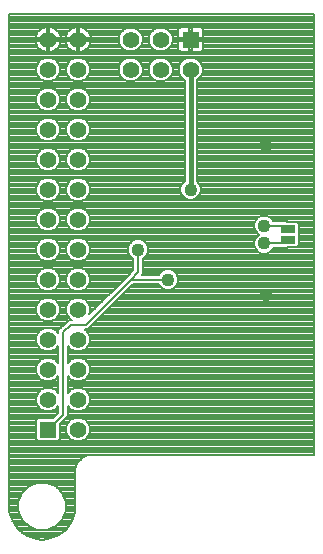
<source format=gbl>
G75*
G70*
%OFA0B0*%
%FSLAX24Y24*%
%IPPOS*%
%LPD*%
%AMOC8*
5,1,8,0,0,1.08239X$1,22.5*
%
%ADD10R,0.0555X0.0555*%
%ADD11C,0.0555*%
%ADD12R,0.0500X0.0250*%
%ADD13C,0.0080*%
%ADD14C,0.0436*%
%ADD15C,0.0160*%
D10*
X001595Y003953D03*
X006345Y016953D03*
D11*
X006345Y015953D03*
X005345Y015953D03*
X005345Y016953D03*
X004345Y016953D03*
X004345Y015953D03*
X002595Y015953D03*
X002595Y016953D03*
X001595Y016953D03*
X001595Y015953D03*
X001595Y014953D03*
X001595Y013953D03*
X001595Y012953D03*
X001595Y011953D03*
X001595Y010953D03*
X001595Y009953D03*
X001595Y008953D03*
X001595Y007953D03*
X001595Y006953D03*
X001595Y005953D03*
X001595Y004953D03*
X002595Y004953D03*
X002595Y005953D03*
X002595Y006953D03*
X002595Y007953D03*
X002595Y008953D03*
X002595Y009953D03*
X002595Y010953D03*
X002595Y011953D03*
X002595Y012953D03*
X002595Y013953D03*
X002595Y014953D03*
X002595Y003953D03*
D12*
X009595Y010276D03*
X009595Y010630D03*
D13*
X000409Y000890D02*
X000613Y000609D01*
X000894Y000405D01*
X001224Y000298D01*
X001398Y000284D01*
X001571Y000298D01*
X001902Y000405D01*
X002183Y000609D01*
X002387Y000890D01*
X002494Y001220D01*
X002508Y001394D01*
X002508Y002501D01*
X002508Y002559D01*
X002508Y002559D01*
X002508Y002617D01*
X002508Y002617D01*
X002508Y002665D01*
X002508Y002666D01*
X002589Y002862D01*
X002589Y002862D01*
X002739Y003012D01*
X002739Y003012D01*
X002935Y003093D01*
X002935Y003093D01*
X002983Y003093D01*
X002983Y003093D01*
X010455Y003093D01*
X010455Y017813D01*
X000288Y017813D01*
X000288Y001452D01*
X000288Y001394D01*
X000301Y001220D01*
X000409Y000890D01*
X000402Y000911D02*
X000764Y000911D01*
X000728Y000946D02*
X000950Y000724D01*
X001241Y000604D01*
X001555Y000604D01*
X001845Y000724D01*
X002067Y000946D01*
X002188Y001237D01*
X002188Y001551D01*
X002067Y001841D01*
X001845Y002064D01*
X001555Y002184D01*
X001241Y002184D01*
X000950Y002064D01*
X000728Y001841D01*
X000608Y001551D01*
X000608Y001237D01*
X000728Y000946D01*
X000710Y000989D02*
X000376Y000989D01*
X000351Y001068D02*
X000678Y001068D01*
X000645Y001147D02*
X000325Y001147D01*
X000301Y001225D02*
X000613Y001225D01*
X000608Y001304D02*
X000295Y001304D01*
X000289Y001382D02*
X000608Y001382D01*
X000608Y001461D02*
X000288Y001461D01*
X000288Y001539D02*
X000608Y001539D01*
X000635Y001618D02*
X000288Y001618D01*
X000288Y001696D02*
X000668Y001696D01*
X000701Y001775D02*
X000288Y001775D01*
X000288Y001853D02*
X000740Y001853D01*
X000819Y001932D02*
X000288Y001932D01*
X000288Y002011D02*
X000897Y002011D01*
X001012Y002089D02*
X000288Y002089D01*
X000288Y002168D02*
X001201Y002168D01*
X001594Y002168D02*
X002508Y002168D01*
X002508Y002246D02*
X000288Y002246D01*
X000288Y002325D02*
X002508Y002325D01*
X002508Y002403D02*
X000288Y002403D01*
X000288Y002482D02*
X002508Y002482D01*
X002508Y002560D02*
X000288Y002560D01*
X000288Y002639D02*
X002508Y002639D01*
X002529Y002717D02*
X000288Y002717D01*
X000288Y002796D02*
X002562Y002796D01*
X002602Y002875D02*
X000288Y002875D01*
X000288Y002953D02*
X002680Y002953D01*
X002787Y003032D02*
X000288Y003032D01*
X000288Y003110D02*
X010455Y003110D01*
X010455Y003189D02*
X000288Y003189D01*
X000288Y003267D02*
X010455Y003267D01*
X010455Y003346D02*
X000288Y003346D01*
X000288Y003424D02*
X010455Y003424D01*
X010455Y003503D02*
X000288Y003503D01*
X000288Y003581D02*
X001242Y003581D01*
X001267Y003556D02*
X001922Y003556D01*
X001992Y003626D01*
X001992Y004124D01*
X002161Y004293D01*
X002255Y004387D01*
X002255Y004735D01*
X002258Y004728D01*
X002369Y004616D01*
X002516Y004556D01*
X002674Y004556D01*
X002820Y004616D01*
X002932Y004728D01*
X002992Y004874D01*
X002992Y005032D01*
X002932Y005178D01*
X002820Y005290D01*
X002674Y005351D01*
X002516Y005351D01*
X002369Y005290D01*
X002258Y005178D01*
X002255Y005171D01*
X002255Y005735D01*
X002258Y005728D01*
X002369Y005616D01*
X002516Y005556D01*
X002674Y005556D01*
X002820Y005616D01*
X002932Y005728D01*
X002992Y005874D01*
X002992Y006032D01*
X002932Y006178D01*
X002820Y006290D01*
X002674Y006351D01*
X002516Y006351D01*
X002369Y006290D01*
X002258Y006178D01*
X002255Y006171D01*
X002255Y006735D01*
X002258Y006728D01*
X002369Y006616D01*
X002516Y006556D01*
X002674Y006556D01*
X002820Y006616D01*
X002932Y006728D01*
X002992Y006874D01*
X002992Y007032D01*
X002932Y007178D01*
X002820Y007290D01*
X002812Y007293D01*
X002911Y007293D01*
X004411Y008793D01*
X005295Y008793D01*
X005308Y008762D01*
X005403Y008666D01*
X005527Y008615D01*
X005662Y008615D01*
X005786Y008666D01*
X005881Y008762D01*
X005933Y008886D01*
X005933Y009020D01*
X005881Y009145D01*
X005786Y009240D01*
X005662Y009291D01*
X005527Y009291D01*
X005403Y009240D01*
X005308Y009145D01*
X005295Y009113D01*
X004731Y009113D01*
X004755Y009137D01*
X004755Y009269D01*
X004755Y009653D01*
X004786Y009666D01*
X004881Y009762D01*
X004933Y009886D01*
X004933Y010020D01*
X004881Y010145D01*
X004786Y010240D01*
X004662Y010291D01*
X004527Y010291D01*
X004403Y010240D01*
X004308Y010145D01*
X004257Y010020D01*
X004257Y009886D01*
X004308Y009762D01*
X004403Y009666D01*
X004435Y009653D01*
X004435Y009269D01*
X004278Y009113D01*
X004185Y009019D01*
X002959Y007793D01*
X002992Y007874D01*
X002992Y008032D01*
X002932Y008178D01*
X002820Y008290D01*
X002674Y008351D01*
X002516Y008351D01*
X002369Y008290D01*
X002258Y008178D01*
X002197Y008032D01*
X002197Y007874D01*
X002258Y007728D01*
X002369Y007616D01*
X002377Y007613D01*
X002278Y007613D01*
X002185Y007519D01*
X001935Y007269D01*
X001935Y007171D01*
X001932Y007178D01*
X001820Y007290D01*
X001674Y007351D01*
X001516Y007351D01*
X001369Y007290D01*
X001258Y007178D01*
X001197Y007032D01*
X001197Y006874D01*
X001258Y006728D01*
X001369Y006616D01*
X001516Y006556D01*
X001674Y006556D01*
X001820Y006616D01*
X001932Y006728D01*
X001935Y006735D01*
X001935Y006171D01*
X001932Y006178D01*
X001820Y006290D01*
X001674Y006351D01*
X001516Y006351D01*
X001369Y006290D01*
X001258Y006178D01*
X001197Y006032D01*
X001197Y005874D01*
X001258Y005728D01*
X001369Y005616D01*
X001516Y005556D01*
X001674Y005556D01*
X001820Y005616D01*
X001932Y005728D01*
X001935Y005735D01*
X001935Y005171D01*
X001932Y005178D01*
X001820Y005290D01*
X001674Y005351D01*
X001516Y005351D01*
X001369Y005290D01*
X001258Y005178D01*
X001197Y005032D01*
X001197Y004874D01*
X001258Y004728D01*
X001369Y004616D01*
X001516Y004556D01*
X001674Y004556D01*
X001820Y004616D01*
X001932Y004728D01*
X001935Y004735D01*
X001935Y004519D01*
X001766Y004351D01*
X001267Y004351D01*
X001197Y004280D01*
X001197Y003626D01*
X001267Y003556D01*
X001197Y003660D02*
X000288Y003660D01*
X000288Y003739D02*
X001197Y003739D01*
X001197Y003817D02*
X000288Y003817D01*
X000288Y003896D02*
X001197Y003896D01*
X001197Y003974D02*
X000288Y003974D01*
X000288Y004053D02*
X001197Y004053D01*
X001197Y004131D02*
X000288Y004131D01*
X000288Y004210D02*
X001197Y004210D01*
X001205Y004288D02*
X000288Y004288D01*
X000288Y004367D02*
X001782Y004367D01*
X001861Y004445D02*
X000288Y004445D01*
X000288Y004524D02*
X001935Y004524D01*
X001935Y004602D02*
X001787Y004602D01*
X001885Y004681D02*
X001935Y004681D01*
X002095Y004453D02*
X002095Y007203D01*
X002345Y007453D01*
X002845Y007453D01*
X004345Y008953D01*
X005595Y008953D01*
X005806Y008687D02*
X010455Y008687D01*
X010455Y008765D02*
X005883Y008765D01*
X005915Y008844D02*
X010455Y008844D01*
X010455Y008922D02*
X005933Y008922D01*
X005933Y009001D02*
X010455Y009001D01*
X010455Y009079D02*
X005908Y009079D01*
X005868Y009158D02*
X010455Y009158D01*
X010455Y009237D02*
X005789Y009237D01*
X005400Y009237D02*
X004755Y009237D01*
X004755Y009315D02*
X010455Y009315D01*
X010455Y009394D02*
X004755Y009394D01*
X004755Y009472D02*
X010455Y009472D01*
X010455Y009551D02*
X004755Y009551D01*
X004755Y009629D02*
X010455Y009629D01*
X010455Y009708D02*
X004828Y009708D01*
X004891Y009786D02*
X010455Y009786D01*
X010455Y009865D02*
X008976Y009865D01*
X008991Y009871D02*
X009086Y009966D01*
X009099Y009998D01*
X009410Y009998D01*
X009543Y009998D01*
X009576Y010031D01*
X009894Y010031D01*
X009965Y010101D01*
X009965Y010451D01*
X009962Y010453D01*
X009965Y010456D01*
X009965Y010805D01*
X009894Y010875D01*
X009576Y010875D01*
X009543Y010908D01*
X009410Y010908D01*
X009099Y010908D01*
X009086Y010940D01*
X008991Y011035D01*
X008867Y011086D01*
X008732Y011086D01*
X008608Y011035D01*
X008513Y010940D01*
X008461Y010816D01*
X008461Y010681D01*
X008513Y010557D01*
X008608Y010462D01*
X008629Y010453D01*
X008608Y010444D01*
X008513Y010349D01*
X008461Y010225D01*
X008461Y010091D01*
X008513Y009966D01*
X008608Y009871D01*
X008732Y009820D01*
X008867Y009820D01*
X008991Y009871D01*
X009063Y009943D02*
X010455Y009943D01*
X010455Y010022D02*
X009567Y010022D01*
X009477Y010158D02*
X009595Y010276D01*
X009477Y010158D02*
X008799Y010158D01*
X008490Y010022D02*
X004932Y010022D01*
X004933Y009943D02*
X008536Y009943D01*
X008623Y009865D02*
X004924Y009865D01*
X004900Y010101D02*
X008461Y010101D01*
X008461Y010179D02*
X004847Y010179D01*
X004743Y010258D02*
X008475Y010258D01*
X008507Y010336D02*
X002708Y010336D01*
X002674Y010351D02*
X002820Y010290D01*
X002932Y010178D01*
X002992Y010032D01*
X002992Y009874D01*
X002932Y009728D01*
X002820Y009616D01*
X002674Y009556D01*
X002516Y009556D01*
X002369Y009616D01*
X002258Y009728D01*
X002197Y009874D01*
X002197Y010032D01*
X002258Y010178D01*
X002369Y010290D01*
X002516Y010351D01*
X002674Y010351D01*
X002481Y010336D02*
X001708Y010336D01*
X001674Y010351D02*
X001516Y010351D01*
X001369Y010290D01*
X001258Y010178D01*
X001197Y010032D01*
X001197Y009874D01*
X001258Y009728D01*
X001369Y009616D01*
X001516Y009556D01*
X001674Y009556D01*
X001820Y009616D01*
X001932Y009728D01*
X001992Y009874D01*
X001992Y010032D01*
X001932Y010178D01*
X001820Y010290D01*
X001674Y010351D01*
X001674Y010556D02*
X001516Y010556D01*
X001369Y010616D01*
X001258Y010728D01*
X001197Y010874D01*
X001197Y011032D01*
X001258Y011178D01*
X001369Y011290D01*
X001516Y011351D01*
X001674Y011351D01*
X001820Y011290D01*
X001932Y011178D01*
X001992Y011032D01*
X001992Y010874D01*
X001932Y010728D01*
X001820Y010616D01*
X001674Y010556D01*
X001713Y010572D02*
X002476Y010572D01*
X002516Y010556D02*
X002674Y010556D01*
X002820Y010616D01*
X002932Y010728D01*
X002992Y010874D01*
X002992Y011032D01*
X002932Y011178D01*
X002820Y011290D01*
X002674Y011351D01*
X002516Y011351D01*
X002369Y011290D01*
X002258Y011178D01*
X002197Y011032D01*
X002197Y010874D01*
X002258Y010728D01*
X002369Y010616D01*
X002516Y010556D01*
X002713Y010572D02*
X008506Y010572D01*
X008474Y010650D02*
X002854Y010650D01*
X002932Y010729D02*
X008461Y010729D01*
X008461Y010807D02*
X002964Y010807D01*
X002992Y010886D02*
X008490Y010886D01*
X008537Y010964D02*
X002992Y010964D01*
X002988Y011043D02*
X008627Y011043D01*
X008799Y010748D02*
X009477Y010748D01*
X009595Y010630D01*
X009565Y010886D02*
X010455Y010886D01*
X010455Y010964D02*
X009061Y010964D01*
X008971Y011043D02*
X010455Y011043D01*
X010455Y011122D02*
X002955Y011122D01*
X002910Y011200D02*
X010455Y011200D01*
X010455Y011279D02*
X002831Y011279D01*
X002674Y011556D02*
X002820Y011616D01*
X002932Y011728D01*
X002992Y011874D01*
X002992Y012032D01*
X002932Y012178D01*
X002820Y012290D01*
X002674Y012351D01*
X002516Y012351D01*
X002369Y012290D01*
X002258Y012178D01*
X002197Y012032D01*
X002197Y011874D01*
X002258Y011728D01*
X002369Y011616D01*
X002516Y011556D01*
X002674Y011556D01*
X002764Y011593D02*
X010455Y011593D01*
X010455Y011671D02*
X006541Y011671D01*
X006536Y011666D02*
X006631Y011762D01*
X006683Y011886D01*
X006683Y012020D01*
X006631Y012145D01*
X006545Y012231D01*
X006545Y015606D01*
X006570Y015616D01*
X006682Y015728D01*
X006742Y015874D01*
X006742Y016032D01*
X006682Y016178D01*
X006570Y016290D01*
X006424Y016351D01*
X006266Y016351D01*
X006119Y016290D01*
X006008Y016178D01*
X005947Y016032D01*
X005947Y015874D01*
X006008Y015728D01*
X006119Y015616D01*
X006145Y015606D01*
X006145Y012231D01*
X006058Y012145D01*
X006007Y012020D01*
X006007Y011886D01*
X006058Y011762D01*
X006153Y011666D01*
X006277Y011615D01*
X006412Y011615D01*
X006536Y011666D01*
X006620Y011750D02*
X010455Y011750D01*
X010455Y011828D02*
X006659Y011828D01*
X006683Y011907D02*
X010455Y011907D01*
X010455Y011986D02*
X006683Y011986D01*
X006665Y012064D02*
X010455Y012064D01*
X010455Y012143D02*
X006632Y012143D01*
X006555Y012221D02*
X010455Y012221D01*
X010455Y012300D02*
X006545Y012300D01*
X006545Y012378D02*
X010455Y012378D01*
X010455Y012457D02*
X006545Y012457D01*
X006545Y012535D02*
X010455Y012535D01*
X010455Y012614D02*
X006545Y012614D01*
X006545Y012692D02*
X010455Y012692D01*
X010455Y012771D02*
X006545Y012771D01*
X006545Y012850D02*
X010455Y012850D01*
X010455Y012928D02*
X006545Y012928D01*
X006545Y013007D02*
X010455Y013007D01*
X010455Y013085D02*
X006545Y013085D01*
X006545Y013164D02*
X010455Y013164D01*
X010455Y013242D02*
X006545Y013242D01*
X006545Y013321D02*
X010455Y013321D01*
X010455Y013399D02*
X006545Y013399D01*
X006545Y013478D02*
X010455Y013478D01*
X010455Y013556D02*
X006545Y013556D01*
X006545Y013635D02*
X010455Y013635D01*
X010455Y013714D02*
X006545Y013714D01*
X006545Y013792D02*
X010455Y013792D01*
X010455Y013871D02*
X006545Y013871D01*
X006545Y013949D02*
X010455Y013949D01*
X010455Y014028D02*
X006545Y014028D01*
X006545Y014106D02*
X010455Y014106D01*
X010455Y014185D02*
X006545Y014185D01*
X006545Y014263D02*
X010455Y014263D01*
X010455Y014342D02*
X006545Y014342D01*
X006545Y014420D02*
X010455Y014420D01*
X010455Y014499D02*
X006545Y014499D01*
X006545Y014577D02*
X010455Y014577D01*
X010455Y014656D02*
X006545Y014656D01*
X006545Y014735D02*
X010455Y014735D01*
X010455Y014813D02*
X006545Y014813D01*
X006545Y014892D02*
X010455Y014892D01*
X010455Y014970D02*
X006545Y014970D01*
X006545Y015049D02*
X010455Y015049D01*
X010455Y015127D02*
X006545Y015127D01*
X006545Y015206D02*
X010455Y015206D01*
X010455Y015284D02*
X006545Y015284D01*
X006545Y015363D02*
X010455Y015363D01*
X010455Y015441D02*
X006545Y015441D01*
X006545Y015520D02*
X010455Y015520D01*
X010455Y015599D02*
X006545Y015599D01*
X006631Y015677D02*
X010455Y015677D01*
X010455Y015756D02*
X006693Y015756D01*
X006726Y015834D02*
X010455Y015834D01*
X010455Y015913D02*
X006742Y015913D01*
X006742Y015991D02*
X010455Y015991D01*
X010455Y016070D02*
X006726Y016070D01*
X006694Y016148D02*
X010455Y016148D01*
X010455Y016227D02*
X006633Y016227D01*
X006533Y016305D02*
X010455Y016305D01*
X010455Y016384D02*
X000288Y016384D01*
X000288Y016463D02*
X010455Y016463D01*
X010455Y016541D02*
X006686Y016541D01*
X006680Y016536D02*
X006762Y016618D01*
X006762Y016914D01*
X006384Y016914D01*
X006384Y016992D01*
X006762Y016992D01*
X006762Y017289D01*
X006680Y017371D01*
X006383Y017371D01*
X006383Y016992D01*
X006306Y016992D01*
X006306Y017371D01*
X006009Y017371D01*
X005927Y017289D01*
X005927Y016992D01*
X006306Y016992D01*
X006306Y016914D01*
X006383Y016914D01*
X006383Y016536D01*
X006680Y016536D01*
X006762Y016620D02*
X010455Y016620D01*
X010455Y016698D02*
X006762Y016698D01*
X006762Y016777D02*
X010455Y016777D01*
X010455Y016855D02*
X006762Y016855D01*
X006762Y017012D02*
X010455Y017012D01*
X010455Y016934D02*
X006384Y016934D01*
X006383Y017012D02*
X006306Y017012D01*
X006306Y016934D02*
X005742Y016934D01*
X005742Y016874D02*
X005682Y016728D01*
X005570Y016616D01*
X005424Y016556D01*
X005266Y016556D01*
X005119Y016616D01*
X005008Y016728D01*
X004947Y016874D01*
X004947Y017032D01*
X005008Y017178D01*
X005119Y017290D01*
X005266Y017351D01*
X005424Y017351D01*
X005570Y017290D01*
X005682Y017178D01*
X005742Y017032D01*
X005742Y016874D01*
X005734Y016855D02*
X005927Y016855D01*
X005927Y016914D02*
X005927Y016618D01*
X006009Y016536D01*
X006306Y016536D01*
X006306Y016914D01*
X005927Y016914D01*
X005927Y017012D02*
X005742Y017012D01*
X005718Y017091D02*
X005927Y017091D01*
X005927Y017169D02*
X005685Y017169D01*
X005612Y017248D02*
X005927Y017248D01*
X005965Y017326D02*
X005482Y017326D01*
X005208Y017326D02*
X004482Y017326D01*
X004424Y017351D02*
X004266Y017351D01*
X004119Y017290D01*
X004008Y017178D01*
X003947Y017032D01*
X003947Y016874D01*
X004008Y016728D01*
X004119Y016616D01*
X004266Y016556D01*
X004424Y016556D01*
X004570Y016616D01*
X004682Y016728D01*
X004742Y016874D01*
X004742Y017032D01*
X004682Y017178D01*
X004570Y017290D01*
X004424Y017351D01*
X004612Y017248D02*
X005077Y017248D01*
X005004Y017169D02*
X004685Y017169D01*
X004718Y017091D02*
X004972Y017091D01*
X004947Y017012D02*
X004742Y017012D01*
X004742Y016934D02*
X004947Y016934D01*
X004955Y016855D02*
X004734Y016855D01*
X004702Y016777D02*
X004987Y016777D01*
X005037Y016698D02*
X004652Y016698D01*
X004573Y016620D02*
X005116Y016620D01*
X005266Y016351D02*
X005119Y016290D01*
X005008Y016178D01*
X004947Y016032D01*
X004947Y015874D01*
X005008Y015728D01*
X005119Y015616D01*
X005266Y015556D01*
X005424Y015556D01*
X005570Y015616D01*
X005682Y015728D01*
X005742Y015874D01*
X005742Y016032D01*
X005682Y016178D01*
X005570Y016290D01*
X005424Y016351D01*
X005266Y016351D01*
X005157Y016305D02*
X004533Y016305D01*
X004570Y016290D02*
X004424Y016351D01*
X004266Y016351D01*
X004119Y016290D01*
X004008Y016178D01*
X003947Y016032D01*
X003947Y015874D01*
X004008Y015728D01*
X004119Y015616D01*
X004266Y015556D01*
X004424Y015556D01*
X004570Y015616D01*
X004682Y015728D01*
X004742Y015874D01*
X004742Y016032D01*
X004682Y016178D01*
X004570Y016290D01*
X004633Y016227D02*
X005056Y016227D01*
X004995Y016148D02*
X004694Y016148D01*
X004726Y016070D02*
X004963Y016070D01*
X004947Y015991D02*
X004742Y015991D01*
X004742Y015913D02*
X004947Y015913D01*
X004964Y015834D02*
X004726Y015834D01*
X004693Y015756D02*
X004996Y015756D01*
X005059Y015677D02*
X004631Y015677D01*
X004527Y015599D02*
X005162Y015599D01*
X005527Y015599D02*
X006145Y015599D01*
X006145Y015520D02*
X000288Y015520D01*
X000288Y015441D02*
X006145Y015441D01*
X006145Y015363D02*
X000288Y015363D01*
X000288Y015284D02*
X001364Y015284D01*
X001369Y015290D02*
X001258Y015178D01*
X001197Y015032D01*
X001197Y014874D01*
X001258Y014728D01*
X001369Y014616D01*
X001516Y014556D01*
X001674Y014556D01*
X001820Y014616D01*
X001932Y014728D01*
X001992Y014874D01*
X001992Y015032D01*
X001932Y015178D01*
X001820Y015290D01*
X001674Y015351D01*
X001516Y015351D01*
X001369Y015290D01*
X001285Y015206D02*
X000288Y015206D01*
X000288Y015127D02*
X001237Y015127D01*
X001204Y015049D02*
X000288Y015049D01*
X000288Y014970D02*
X001197Y014970D01*
X001197Y014892D02*
X000288Y014892D01*
X000288Y014813D02*
X001222Y014813D01*
X001255Y014735D02*
X000288Y014735D01*
X000288Y014656D02*
X001330Y014656D01*
X001463Y014577D02*
X000288Y014577D01*
X000288Y014499D02*
X006145Y014499D01*
X006145Y014577D02*
X002727Y014577D01*
X002674Y014556D02*
X002820Y014616D01*
X002932Y014728D01*
X002992Y014874D01*
X002992Y015032D01*
X002932Y015178D01*
X002820Y015290D01*
X002674Y015351D01*
X002516Y015351D01*
X002369Y015290D01*
X002258Y015178D01*
X002197Y015032D01*
X002197Y014874D01*
X002258Y014728D01*
X002369Y014616D01*
X002516Y014556D01*
X002674Y014556D01*
X002674Y014351D02*
X002516Y014351D01*
X002369Y014290D01*
X002258Y014178D01*
X002197Y014032D01*
X002197Y013874D01*
X002258Y013728D01*
X002369Y013616D01*
X002516Y013556D01*
X002674Y013556D01*
X002820Y013616D01*
X002932Y013728D01*
X002992Y013874D01*
X002992Y014032D01*
X002932Y014178D01*
X002820Y014290D01*
X002674Y014351D01*
X002695Y014342D02*
X006145Y014342D01*
X006145Y014420D02*
X000288Y014420D01*
X000288Y014342D02*
X001495Y014342D01*
X001516Y014351D02*
X001369Y014290D01*
X001258Y014178D01*
X001197Y014032D01*
X001197Y013874D01*
X001258Y013728D01*
X001369Y013616D01*
X001516Y013556D01*
X001674Y013556D01*
X001820Y013616D01*
X001932Y013728D01*
X001992Y013874D01*
X001992Y014032D01*
X001932Y014178D01*
X001820Y014290D01*
X001674Y014351D01*
X001516Y014351D01*
X001695Y014342D02*
X002495Y014342D01*
X002463Y014577D02*
X001727Y014577D01*
X001860Y014656D02*
X002330Y014656D01*
X002255Y014735D02*
X001934Y014735D01*
X001967Y014813D02*
X002222Y014813D01*
X002197Y014892D02*
X001992Y014892D01*
X001992Y014970D02*
X002197Y014970D01*
X002204Y015049D02*
X001985Y015049D01*
X001953Y015127D02*
X002237Y015127D01*
X002285Y015206D02*
X001904Y015206D01*
X001825Y015284D02*
X002364Y015284D01*
X002516Y015556D02*
X002674Y015556D01*
X002820Y015616D01*
X002932Y015728D01*
X002992Y015874D01*
X002992Y016032D01*
X002932Y016178D01*
X002820Y016290D01*
X002674Y016351D01*
X002516Y016351D01*
X002369Y016290D01*
X002258Y016178D01*
X002197Y016032D01*
X002197Y015874D01*
X002258Y015728D01*
X002369Y015616D01*
X002516Y015556D01*
X002412Y015599D02*
X001777Y015599D01*
X001820Y015616D02*
X001932Y015728D01*
X001992Y015874D01*
X001992Y016032D01*
X001932Y016178D01*
X001820Y016290D01*
X001674Y016351D01*
X001516Y016351D01*
X001369Y016290D01*
X001258Y016178D01*
X001197Y016032D01*
X001197Y015874D01*
X001258Y015728D01*
X001369Y015616D01*
X001516Y015556D01*
X001674Y015556D01*
X001820Y015616D01*
X001881Y015677D02*
X002309Y015677D01*
X002246Y015756D02*
X001943Y015756D01*
X001976Y015834D02*
X002214Y015834D01*
X002197Y015913D02*
X001992Y015913D01*
X001992Y015991D02*
X002197Y015991D01*
X002213Y016070D02*
X001976Y016070D01*
X001944Y016148D02*
X002245Y016148D01*
X002306Y016227D02*
X001883Y016227D01*
X001783Y016305D02*
X002407Y016305D01*
X002498Y016541D02*
X001691Y016541D01*
X001678Y016536D02*
X001831Y016599D01*
X001949Y016717D01*
X002012Y016870D01*
X002012Y016914D01*
X001634Y016914D01*
X001634Y016992D01*
X002012Y016992D01*
X002012Y017036D01*
X001949Y017190D01*
X001831Y017307D01*
X001678Y017371D01*
X001633Y017371D01*
X001633Y016992D01*
X001556Y016992D01*
X001556Y017371D01*
X001512Y017371D01*
X001358Y017307D01*
X001241Y017190D01*
X001177Y017036D01*
X001177Y016992D01*
X001556Y016992D01*
X001556Y016914D01*
X001633Y016914D01*
X001633Y016536D01*
X001678Y016536D01*
X001633Y016541D02*
X001556Y016541D01*
X001556Y016536D02*
X001556Y016914D01*
X001177Y016914D01*
X001177Y016870D01*
X001241Y016717D01*
X001358Y016599D01*
X001512Y016536D01*
X001556Y016536D01*
X001498Y016541D02*
X000288Y016541D01*
X000288Y016620D02*
X001338Y016620D01*
X001259Y016698D02*
X000288Y016698D01*
X000288Y016777D02*
X001216Y016777D01*
X001183Y016855D02*
X000288Y016855D01*
X000288Y016934D02*
X001556Y016934D01*
X001634Y016934D02*
X002556Y016934D01*
X002556Y016914D02*
X002177Y016914D01*
X002177Y016870D01*
X002241Y016717D01*
X002358Y016599D01*
X002512Y016536D01*
X002556Y016536D01*
X002556Y016914D01*
X002633Y016914D01*
X002633Y016536D01*
X002678Y016536D01*
X002831Y016599D01*
X002949Y016717D01*
X003012Y016870D01*
X003012Y016914D01*
X002634Y016914D01*
X002634Y016992D01*
X003012Y016992D01*
X003012Y017036D01*
X002949Y017190D01*
X002831Y017307D01*
X002678Y017371D01*
X002633Y017371D01*
X002633Y016992D01*
X002556Y016992D01*
X002556Y017371D01*
X002512Y017371D01*
X002358Y017307D01*
X002241Y017190D01*
X002177Y017036D01*
X002177Y016992D01*
X002556Y016992D01*
X002556Y016914D01*
X002556Y016855D02*
X002633Y016855D01*
X002633Y016777D02*
X002556Y016777D01*
X002556Y016698D02*
X002633Y016698D01*
X002633Y016620D02*
X002556Y016620D01*
X002556Y016541D02*
X002633Y016541D01*
X002691Y016541D02*
X006004Y016541D01*
X005927Y016620D02*
X005573Y016620D01*
X005652Y016698D02*
X005927Y016698D01*
X005927Y016777D02*
X005702Y016777D01*
X005533Y016305D02*
X006157Y016305D01*
X006056Y016227D02*
X005633Y016227D01*
X005694Y016148D02*
X005995Y016148D01*
X005963Y016070D02*
X005726Y016070D01*
X005742Y015991D02*
X005947Y015991D01*
X005947Y015913D02*
X005742Y015913D01*
X005726Y015834D02*
X005964Y015834D01*
X005996Y015756D02*
X005693Y015756D01*
X005631Y015677D02*
X006059Y015677D01*
X006145Y015284D02*
X002825Y015284D01*
X002904Y015206D02*
X006145Y015206D01*
X006145Y015127D02*
X002953Y015127D01*
X002985Y015049D02*
X006145Y015049D01*
X006145Y014970D02*
X002992Y014970D01*
X002992Y014892D02*
X006145Y014892D01*
X006145Y014813D02*
X002967Y014813D01*
X002934Y014735D02*
X006145Y014735D01*
X006145Y014656D02*
X002860Y014656D01*
X002846Y014263D02*
X006145Y014263D01*
X006145Y014185D02*
X002925Y014185D01*
X002961Y014106D02*
X006145Y014106D01*
X006145Y014028D02*
X002992Y014028D01*
X002992Y013949D02*
X006145Y013949D01*
X006145Y013871D02*
X002991Y013871D01*
X002958Y013792D02*
X006145Y013792D01*
X006145Y013714D02*
X002917Y013714D01*
X002839Y013635D02*
X006145Y013635D01*
X006145Y013556D02*
X002676Y013556D01*
X002514Y013556D02*
X001676Y013556D01*
X001514Y013556D02*
X000288Y013556D01*
X000288Y013478D02*
X006145Y013478D01*
X006145Y013399D02*
X000288Y013399D01*
X000288Y013321D02*
X001444Y013321D01*
X001516Y013351D02*
X001369Y013290D01*
X001258Y013178D01*
X001197Y013032D01*
X001197Y012874D01*
X001258Y012728D01*
X001369Y012616D01*
X001516Y012556D01*
X001674Y012556D01*
X001820Y012616D01*
X001932Y012728D01*
X001992Y012874D01*
X001992Y013032D01*
X001932Y013178D01*
X001820Y013290D01*
X001674Y013351D01*
X001516Y013351D01*
X001322Y013242D02*
X000288Y013242D01*
X000288Y013164D02*
X001252Y013164D01*
X001219Y013085D02*
X000288Y013085D01*
X000288Y013007D02*
X001197Y013007D01*
X001197Y012928D02*
X000288Y012928D01*
X000288Y012850D02*
X001207Y012850D01*
X001240Y012771D02*
X000288Y012771D01*
X000288Y012692D02*
X001293Y012692D01*
X001375Y012614D02*
X000288Y012614D01*
X000288Y012535D02*
X006145Y012535D01*
X006145Y012457D02*
X000288Y012457D01*
X000288Y012378D02*
X006145Y012378D01*
X006145Y012300D02*
X002796Y012300D01*
X002889Y012221D02*
X006135Y012221D01*
X006057Y012143D02*
X002946Y012143D01*
X002979Y012064D02*
X006025Y012064D01*
X006007Y011986D02*
X002992Y011986D01*
X002992Y011907D02*
X006007Y011907D01*
X006030Y011828D02*
X002973Y011828D01*
X002941Y011750D02*
X006070Y011750D01*
X006148Y011671D02*
X002875Y011671D01*
X002426Y011593D02*
X001764Y011593D01*
X001820Y011616D02*
X001932Y011728D01*
X001992Y011874D01*
X001992Y012032D01*
X001932Y012178D01*
X001820Y012290D01*
X001674Y012351D01*
X001516Y012351D01*
X001369Y012290D01*
X001258Y012178D01*
X001197Y012032D01*
X001197Y011874D01*
X001258Y011728D01*
X001369Y011616D01*
X001516Y011556D01*
X001674Y011556D01*
X001820Y011616D01*
X001875Y011671D02*
X002314Y011671D01*
X002249Y011750D02*
X001941Y011750D01*
X001973Y011828D02*
X002216Y011828D01*
X002197Y011907D02*
X001992Y011907D01*
X001992Y011986D02*
X002197Y011986D01*
X002210Y012064D02*
X001979Y012064D01*
X001946Y012143D02*
X002243Y012143D01*
X002301Y012221D02*
X001889Y012221D01*
X001796Y012300D02*
X002393Y012300D01*
X002516Y012556D02*
X002369Y012616D01*
X002258Y012728D01*
X002197Y012874D01*
X002197Y013032D01*
X002258Y013178D01*
X002369Y013290D01*
X002516Y013351D01*
X002674Y013351D01*
X002820Y013290D01*
X002932Y013178D01*
X002992Y013032D01*
X002992Y012874D01*
X002932Y012728D01*
X002820Y012616D01*
X002674Y012556D01*
X002516Y012556D01*
X002375Y012614D02*
X001814Y012614D01*
X001896Y012692D02*
X002293Y012692D01*
X002240Y012771D02*
X001949Y012771D01*
X001982Y012850D02*
X002207Y012850D01*
X002197Y012928D02*
X001992Y012928D01*
X001992Y013007D02*
X002197Y013007D01*
X002219Y013085D02*
X001970Y013085D01*
X001938Y013164D02*
X002252Y013164D01*
X002322Y013242D02*
X001868Y013242D01*
X001745Y013321D02*
X002444Y013321D01*
X002351Y013635D02*
X001839Y013635D01*
X001917Y013714D02*
X002272Y013714D01*
X002231Y013792D02*
X001958Y013792D01*
X001991Y013871D02*
X002199Y013871D01*
X002197Y013949D02*
X001992Y013949D01*
X001992Y014028D02*
X002197Y014028D01*
X002228Y014106D02*
X001961Y014106D01*
X001925Y014185D02*
X002264Y014185D01*
X002343Y014263D02*
X001846Y014263D01*
X001343Y014263D02*
X000288Y014263D01*
X000288Y014185D02*
X001264Y014185D01*
X001228Y014106D02*
X000288Y014106D01*
X000288Y014028D02*
X001197Y014028D01*
X001197Y013949D02*
X000288Y013949D01*
X000288Y013871D02*
X001199Y013871D01*
X001231Y013792D02*
X000288Y013792D01*
X000288Y013714D02*
X001272Y013714D01*
X001351Y013635D02*
X000288Y013635D01*
X000288Y012300D02*
X001393Y012300D01*
X001301Y012221D02*
X000288Y012221D01*
X000288Y012143D02*
X001243Y012143D01*
X001210Y012064D02*
X000288Y012064D01*
X000288Y011986D02*
X001197Y011986D01*
X001197Y011907D02*
X000288Y011907D01*
X000288Y011828D02*
X001216Y011828D01*
X001249Y011750D02*
X000288Y011750D01*
X000288Y011671D02*
X001314Y011671D01*
X001426Y011593D02*
X000288Y011593D01*
X000288Y011514D02*
X010455Y011514D01*
X010455Y011436D02*
X000288Y011436D01*
X000288Y011357D02*
X010455Y011357D01*
X010455Y010807D02*
X009962Y010807D01*
X009965Y010729D02*
X010455Y010729D01*
X010455Y010650D02*
X009965Y010650D01*
X009965Y010572D02*
X010455Y010572D01*
X010455Y010493D02*
X009965Y010493D01*
X009965Y010415D02*
X010455Y010415D01*
X010455Y010336D02*
X009965Y010336D01*
X009965Y010258D02*
X010455Y010258D01*
X010455Y010179D02*
X009965Y010179D01*
X009964Y010101D02*
X010455Y010101D01*
X010455Y008608D02*
X004226Y008608D01*
X004147Y008530D02*
X010455Y008530D01*
X010455Y008451D02*
X004069Y008451D01*
X003990Y008373D02*
X010455Y008373D01*
X010455Y008294D02*
X003912Y008294D01*
X003833Y008215D02*
X010455Y008215D01*
X010455Y008137D02*
X003755Y008137D01*
X003676Y008058D02*
X010455Y008058D01*
X010455Y007980D02*
X003598Y007980D01*
X003519Y007901D02*
X010455Y007901D01*
X010455Y007823D02*
X003441Y007823D01*
X003362Y007744D02*
X010455Y007744D01*
X010455Y007666D02*
X003284Y007666D01*
X003205Y007587D02*
X010455Y007587D01*
X010455Y007509D02*
X003126Y007509D01*
X003048Y007430D02*
X010455Y007430D01*
X010455Y007351D02*
X002969Y007351D01*
X002837Y007273D02*
X010455Y007273D01*
X010455Y007194D02*
X002915Y007194D01*
X002957Y007116D02*
X010455Y007116D01*
X010455Y007037D02*
X002990Y007037D01*
X002992Y006959D02*
X010455Y006959D01*
X010455Y006880D02*
X002992Y006880D01*
X002962Y006802D02*
X010455Y006802D01*
X010455Y006723D02*
X002927Y006723D01*
X002848Y006645D02*
X010455Y006645D01*
X010455Y006566D02*
X002699Y006566D01*
X002490Y006566D02*
X002255Y006566D01*
X002255Y006488D02*
X010455Y006488D01*
X010455Y006409D02*
X002255Y006409D01*
X002255Y006330D02*
X002467Y006330D01*
X002331Y006252D02*
X002255Y006252D01*
X002255Y006173D02*
X002256Y006173D01*
X002255Y006645D02*
X002341Y006645D01*
X002262Y006723D02*
X002255Y006723D01*
X001935Y006723D02*
X001927Y006723D01*
X001935Y006645D02*
X001848Y006645D01*
X001935Y006566D02*
X001699Y006566D01*
X001490Y006566D02*
X000288Y006566D01*
X000288Y006488D02*
X001935Y006488D01*
X001935Y006409D02*
X000288Y006409D01*
X000288Y006330D02*
X001467Y006330D01*
X001331Y006252D02*
X000288Y006252D01*
X000288Y006173D02*
X001256Y006173D01*
X001223Y006095D02*
X000288Y006095D01*
X000288Y006016D02*
X001197Y006016D01*
X001197Y005938D02*
X000288Y005938D01*
X000288Y005859D02*
X001203Y005859D01*
X001236Y005781D02*
X000288Y005781D01*
X000288Y005702D02*
X001284Y005702D01*
X001362Y005624D02*
X000288Y005624D01*
X000288Y005545D02*
X001935Y005545D01*
X001935Y005466D02*
X000288Y005466D01*
X000288Y005388D02*
X001935Y005388D01*
X001935Y005309D02*
X001773Y005309D01*
X001879Y005231D02*
X001935Y005231D01*
X002255Y005231D02*
X002310Y005231D01*
X002255Y005309D02*
X002416Y005309D01*
X002255Y005388D02*
X010455Y005388D01*
X010455Y005466D02*
X002255Y005466D01*
X002255Y005545D02*
X010455Y005545D01*
X010455Y005624D02*
X002827Y005624D01*
X002906Y005702D02*
X010455Y005702D01*
X010455Y005781D02*
X002953Y005781D01*
X002986Y005859D02*
X010455Y005859D01*
X010455Y005938D02*
X002992Y005938D01*
X002992Y006016D02*
X010455Y006016D01*
X010455Y006095D02*
X002966Y006095D01*
X002934Y006173D02*
X010455Y006173D01*
X010455Y006252D02*
X002858Y006252D01*
X002722Y006330D02*
X010455Y006330D01*
X010455Y005309D02*
X002773Y005309D01*
X002879Y005231D02*
X010455Y005231D01*
X010455Y005152D02*
X002942Y005152D01*
X002975Y005074D02*
X010455Y005074D01*
X010455Y004995D02*
X002992Y004995D01*
X002992Y004917D02*
X010455Y004917D01*
X010455Y004838D02*
X002977Y004838D01*
X002945Y004760D02*
X010455Y004760D01*
X010455Y004681D02*
X002885Y004681D01*
X002787Y004602D02*
X010455Y004602D01*
X010455Y004524D02*
X002255Y004524D01*
X002255Y004602D02*
X002402Y004602D01*
X002305Y004681D02*
X002255Y004681D01*
X002255Y004445D02*
X010455Y004445D01*
X010455Y004367D02*
X002235Y004367D01*
X002156Y004288D02*
X002368Y004288D01*
X002369Y004290D02*
X002258Y004178D01*
X002197Y004032D01*
X002197Y003874D01*
X002258Y003728D01*
X002369Y003616D01*
X002516Y003556D01*
X002674Y003556D01*
X002820Y003616D01*
X002932Y003728D01*
X002992Y003874D01*
X002992Y004032D01*
X002932Y004178D01*
X002820Y004290D01*
X002674Y004351D01*
X002516Y004351D01*
X002369Y004290D01*
X002289Y004210D02*
X002078Y004210D01*
X001999Y004131D02*
X002238Y004131D01*
X002206Y004053D02*
X001992Y004053D01*
X001992Y003974D02*
X002197Y003974D01*
X002197Y003896D02*
X001992Y003896D01*
X001992Y003817D02*
X002221Y003817D01*
X002253Y003739D02*
X001992Y003739D01*
X001992Y003660D02*
X002326Y003660D01*
X002453Y003581D02*
X001948Y003581D01*
X001595Y003953D02*
X002095Y004453D01*
X001402Y004602D02*
X000288Y004602D01*
X000288Y004681D02*
X001305Y004681D01*
X001245Y004760D02*
X000288Y004760D01*
X000288Y004838D02*
X001212Y004838D01*
X001197Y004917D02*
X000288Y004917D01*
X000288Y004995D02*
X001197Y004995D01*
X001214Y005074D02*
X000288Y005074D01*
X000288Y005152D02*
X001247Y005152D01*
X001310Y005231D02*
X000288Y005231D01*
X000288Y005309D02*
X001416Y005309D01*
X001827Y005624D02*
X001935Y005624D01*
X001935Y005702D02*
X001906Y005702D01*
X002255Y005702D02*
X002284Y005702D01*
X002255Y005624D02*
X002362Y005624D01*
X001935Y006173D02*
X001934Y006173D01*
X001935Y006252D02*
X001858Y006252D01*
X001935Y006330D02*
X001722Y006330D01*
X001341Y006645D02*
X000288Y006645D01*
X000288Y006723D02*
X001262Y006723D01*
X001227Y006802D02*
X000288Y006802D01*
X000288Y006880D02*
X001197Y006880D01*
X001197Y006959D02*
X000288Y006959D01*
X000288Y007037D02*
X001199Y007037D01*
X001232Y007116D02*
X000288Y007116D01*
X000288Y007194D02*
X001274Y007194D01*
X001352Y007273D02*
X000288Y007273D01*
X000288Y007351D02*
X002017Y007351D01*
X001938Y007273D02*
X001837Y007273D01*
X001915Y007194D02*
X001935Y007194D01*
X002095Y007430D02*
X000288Y007430D01*
X000288Y007509D02*
X002174Y007509D01*
X002252Y007587D02*
X001750Y007587D01*
X001820Y007616D02*
X001932Y007728D01*
X001992Y007874D01*
X001992Y008032D01*
X001932Y008178D01*
X001820Y008290D01*
X001674Y008351D01*
X001516Y008351D01*
X001369Y008290D01*
X001258Y008178D01*
X001197Y008032D01*
X001197Y007874D01*
X001258Y007728D01*
X001369Y007616D01*
X001516Y007556D01*
X001674Y007556D01*
X001820Y007616D01*
X001869Y007666D02*
X002320Y007666D01*
X002251Y007744D02*
X001938Y007744D01*
X001971Y007823D02*
X002218Y007823D01*
X002197Y007901D02*
X001992Y007901D01*
X001992Y007980D02*
X002197Y007980D01*
X002208Y008058D02*
X001981Y008058D01*
X001949Y008137D02*
X002241Y008137D01*
X002295Y008215D02*
X001894Y008215D01*
X001810Y008294D02*
X002379Y008294D01*
X002516Y008556D02*
X002369Y008616D01*
X002258Y008728D01*
X002197Y008874D01*
X002197Y009032D01*
X002258Y009178D01*
X002369Y009290D01*
X002516Y009351D01*
X002674Y009351D01*
X002820Y009290D01*
X002932Y009178D01*
X002992Y009032D01*
X002992Y008874D01*
X002932Y008728D01*
X002820Y008616D01*
X002674Y008556D01*
X002516Y008556D01*
X002389Y008608D02*
X001801Y008608D01*
X001820Y008616D02*
X001932Y008728D01*
X001992Y008874D01*
X001992Y009032D01*
X001932Y009178D01*
X001820Y009290D01*
X001674Y009351D01*
X001516Y009351D01*
X001369Y009290D01*
X001258Y009178D01*
X001197Y009032D01*
X001197Y008874D01*
X001258Y008728D01*
X001369Y008616D01*
X001516Y008556D01*
X001674Y008556D01*
X001820Y008616D01*
X001890Y008687D02*
X002299Y008687D01*
X002242Y008765D02*
X001947Y008765D01*
X001980Y008844D02*
X002210Y008844D01*
X002197Y008922D02*
X001992Y008922D01*
X001992Y009001D02*
X002197Y009001D01*
X002217Y009079D02*
X001973Y009079D01*
X001940Y009158D02*
X002249Y009158D01*
X002316Y009237D02*
X001873Y009237D01*
X001759Y009315D02*
X002430Y009315D01*
X002356Y009629D02*
X001833Y009629D01*
X001911Y009708D02*
X002278Y009708D01*
X002233Y009786D02*
X001956Y009786D01*
X001988Y009865D02*
X002201Y009865D01*
X002197Y009943D02*
X001992Y009943D01*
X001992Y010022D02*
X002197Y010022D01*
X002226Y010101D02*
X001964Y010101D01*
X001931Y010179D02*
X002259Y010179D01*
X002337Y010258D02*
X001852Y010258D01*
X001854Y010650D02*
X002335Y010650D01*
X002257Y010729D02*
X001932Y010729D01*
X001964Y010807D02*
X002225Y010807D01*
X002197Y010886D02*
X001992Y010886D01*
X001992Y010964D02*
X002197Y010964D01*
X002202Y011043D02*
X001988Y011043D01*
X001955Y011122D02*
X002234Y011122D01*
X002280Y011200D02*
X001910Y011200D01*
X001831Y011279D02*
X002358Y011279D01*
X002852Y010258D02*
X004446Y010258D01*
X004342Y010179D02*
X002931Y010179D01*
X002964Y010101D02*
X004290Y010101D01*
X004257Y010022D02*
X002992Y010022D01*
X002992Y009943D02*
X004257Y009943D01*
X004265Y009865D02*
X002988Y009865D01*
X002956Y009786D02*
X004298Y009786D01*
X004362Y009708D02*
X002911Y009708D01*
X002833Y009629D02*
X004435Y009629D01*
X004435Y009551D02*
X000288Y009551D01*
X000288Y009629D02*
X001356Y009629D01*
X001278Y009708D02*
X000288Y009708D01*
X000288Y009786D02*
X001233Y009786D01*
X001201Y009865D02*
X000288Y009865D01*
X000288Y009943D02*
X001197Y009943D01*
X001197Y010022D02*
X000288Y010022D01*
X000288Y010101D02*
X001226Y010101D01*
X001259Y010179D02*
X000288Y010179D01*
X000288Y010258D02*
X001337Y010258D01*
X001481Y010336D02*
X000288Y010336D01*
X000288Y010415D02*
X008578Y010415D01*
X008576Y010493D02*
X000288Y010493D01*
X000288Y010572D02*
X001476Y010572D01*
X001335Y010650D02*
X000288Y010650D01*
X000288Y010729D02*
X001257Y010729D01*
X001225Y010807D02*
X000288Y010807D01*
X000288Y010886D02*
X001197Y010886D01*
X001197Y010964D02*
X000288Y010964D01*
X000288Y011043D02*
X001202Y011043D01*
X001234Y011122D02*
X000288Y011122D01*
X000288Y011200D02*
X001280Y011200D01*
X001358Y011279D02*
X000288Y011279D01*
X000288Y009472D02*
X004435Y009472D01*
X004435Y009394D02*
X000288Y009394D01*
X000288Y009315D02*
X001430Y009315D01*
X001316Y009237D02*
X000288Y009237D01*
X000288Y009158D02*
X001249Y009158D01*
X001217Y009079D02*
X000288Y009079D01*
X000288Y009001D02*
X001197Y009001D01*
X001197Y008922D02*
X000288Y008922D01*
X000288Y008844D02*
X001210Y008844D01*
X001242Y008765D02*
X000288Y008765D01*
X000288Y008687D02*
X001299Y008687D01*
X001389Y008608D02*
X000288Y008608D01*
X000288Y008530D02*
X003695Y008530D01*
X003774Y008608D02*
X002801Y008608D01*
X002890Y008687D02*
X003852Y008687D01*
X003931Y008765D02*
X002947Y008765D01*
X002980Y008844D02*
X004009Y008844D01*
X004088Y008922D02*
X002992Y008922D01*
X002992Y009001D02*
X004166Y009001D01*
X004245Y009079D02*
X002973Y009079D01*
X002940Y009158D02*
X004323Y009158D01*
X004402Y009237D02*
X002873Y009237D01*
X002759Y009315D02*
X004435Y009315D01*
X004595Y009203D02*
X004345Y008953D01*
X004383Y008765D02*
X005306Y008765D01*
X005383Y008687D02*
X004305Y008687D01*
X004595Y009203D02*
X004595Y009953D01*
X004755Y009158D02*
X005321Y009158D01*
X003616Y008451D02*
X000288Y008451D01*
X000288Y008373D02*
X003538Y008373D01*
X003459Y008294D02*
X002810Y008294D01*
X002894Y008215D02*
X003381Y008215D01*
X003302Y008137D02*
X002949Y008137D01*
X002981Y008058D02*
X003224Y008058D01*
X003145Y007980D02*
X002992Y007980D01*
X002992Y007901D02*
X003067Y007901D01*
X002988Y007823D02*
X002971Y007823D01*
X001439Y007587D02*
X000288Y007587D01*
X000288Y007666D02*
X001320Y007666D01*
X001251Y007744D02*
X000288Y007744D01*
X000288Y007823D02*
X001218Y007823D01*
X001197Y007901D02*
X000288Y007901D01*
X000288Y007980D02*
X001197Y007980D01*
X001208Y008058D02*
X000288Y008058D01*
X000288Y008137D02*
X001241Y008137D01*
X001295Y008215D02*
X000288Y008215D01*
X000288Y008294D02*
X001379Y008294D01*
X002821Y004288D02*
X010455Y004288D01*
X010455Y004210D02*
X002900Y004210D01*
X002951Y004131D02*
X010455Y004131D01*
X010455Y004053D02*
X002984Y004053D01*
X002992Y003974D02*
X010455Y003974D01*
X010455Y003896D02*
X002992Y003896D01*
X002968Y003817D02*
X010455Y003817D01*
X010455Y003739D02*
X002936Y003739D01*
X002864Y003660D02*
X010455Y003660D01*
X010455Y003581D02*
X002736Y003581D01*
X002508Y002089D02*
X001784Y002089D01*
X001898Y002011D02*
X002508Y002011D01*
X002508Y001932D02*
X001977Y001932D01*
X002056Y001853D02*
X002508Y001853D01*
X002508Y001775D02*
X002095Y001775D01*
X002128Y001696D02*
X002508Y001696D01*
X002508Y001618D02*
X002160Y001618D01*
X002188Y001539D02*
X002508Y001539D01*
X002508Y001461D02*
X002188Y001461D01*
X002188Y001382D02*
X002507Y001382D01*
X002501Y001304D02*
X002188Y001304D01*
X002183Y001225D02*
X002495Y001225D01*
X002470Y001147D02*
X002150Y001147D01*
X002118Y001068D02*
X002445Y001068D01*
X002419Y000989D02*
X002085Y000989D01*
X002032Y000911D02*
X002394Y000911D01*
X002345Y000832D02*
X001953Y000832D01*
X001875Y000754D02*
X002288Y000754D01*
X002231Y000675D02*
X001727Y000675D01*
X001767Y000361D02*
X001029Y000361D01*
X000846Y000440D02*
X001950Y000440D01*
X002058Y000518D02*
X000738Y000518D01*
X000630Y000597D02*
X002166Y000597D01*
X001069Y000675D02*
X000565Y000675D01*
X000508Y000754D02*
X000921Y000754D01*
X000842Y000832D02*
X000451Y000832D01*
X002814Y012614D02*
X006145Y012614D01*
X006145Y012692D02*
X002896Y012692D01*
X002949Y012771D02*
X006145Y012771D01*
X006145Y012850D02*
X002982Y012850D01*
X002992Y012928D02*
X006145Y012928D01*
X006145Y013007D02*
X002992Y013007D01*
X002970Y013085D02*
X006145Y013085D01*
X006145Y013164D02*
X002938Y013164D01*
X002868Y013242D02*
X006145Y013242D01*
X006145Y013321D02*
X002745Y013321D01*
X002777Y015599D02*
X004162Y015599D01*
X004059Y015677D02*
X002881Y015677D01*
X002943Y015756D02*
X003996Y015756D01*
X003964Y015834D02*
X002976Y015834D01*
X002992Y015913D02*
X003947Y015913D01*
X003947Y015991D02*
X002992Y015991D01*
X002976Y016070D02*
X003963Y016070D01*
X003995Y016148D02*
X002944Y016148D01*
X002883Y016227D02*
X004056Y016227D01*
X004157Y016305D02*
X002783Y016305D01*
X002852Y016620D02*
X004116Y016620D01*
X004037Y016698D02*
X002930Y016698D01*
X002973Y016777D02*
X003987Y016777D01*
X003955Y016855D02*
X003006Y016855D01*
X003012Y017012D02*
X003947Y017012D01*
X003947Y016934D02*
X002634Y016934D01*
X002633Y017012D02*
X002556Y017012D01*
X002556Y017091D02*
X002633Y017091D01*
X002633Y017169D02*
X002556Y017169D01*
X002556Y017248D02*
X002633Y017248D01*
X002633Y017326D02*
X002556Y017326D01*
X002405Y017326D02*
X001784Y017326D01*
X001890Y017248D02*
X002299Y017248D01*
X002232Y017169D02*
X001957Y017169D01*
X001989Y017091D02*
X002200Y017091D01*
X002177Y017012D02*
X002012Y017012D01*
X002006Y016855D02*
X002183Y016855D01*
X002216Y016777D02*
X001973Y016777D01*
X001930Y016698D02*
X002259Y016698D01*
X002338Y016620D02*
X001852Y016620D01*
X001633Y016620D02*
X001556Y016620D01*
X001556Y016698D02*
X001633Y016698D01*
X001633Y016777D02*
X001556Y016777D01*
X001556Y016855D02*
X001633Y016855D01*
X001633Y017012D02*
X001556Y017012D01*
X001556Y017091D02*
X001633Y017091D01*
X001633Y017169D02*
X001556Y017169D01*
X001556Y017248D02*
X001633Y017248D01*
X001633Y017326D02*
X001556Y017326D01*
X001405Y017326D02*
X000288Y017326D01*
X000288Y017248D02*
X001299Y017248D01*
X001232Y017169D02*
X000288Y017169D01*
X000288Y017091D02*
X001200Y017091D01*
X001177Y017012D02*
X000288Y017012D01*
X000288Y017405D02*
X010455Y017405D01*
X010455Y017326D02*
X006724Y017326D01*
X006762Y017248D02*
X010455Y017248D01*
X010455Y017169D02*
X006762Y017169D01*
X006762Y017091D02*
X010455Y017091D01*
X010455Y017484D02*
X000288Y017484D01*
X000288Y017562D02*
X010455Y017562D01*
X010455Y017641D02*
X000288Y017641D01*
X000288Y017719D02*
X010455Y017719D01*
X010455Y017798D02*
X000288Y017798D01*
X000288Y016305D02*
X001407Y016305D01*
X001306Y016227D02*
X000288Y016227D01*
X000288Y016148D02*
X001245Y016148D01*
X001213Y016070D02*
X000288Y016070D01*
X000288Y015991D02*
X001197Y015991D01*
X001197Y015913D02*
X000288Y015913D01*
X000288Y015834D02*
X001214Y015834D01*
X001246Y015756D02*
X000288Y015756D01*
X000288Y015677D02*
X001309Y015677D01*
X001412Y015599D02*
X000288Y015599D01*
X002784Y017326D02*
X004208Y017326D01*
X004077Y017248D02*
X002890Y017248D01*
X002957Y017169D02*
X004004Y017169D01*
X003972Y017091D02*
X002989Y017091D01*
X006306Y017091D02*
X006383Y017091D01*
X006383Y017169D02*
X006306Y017169D01*
X006306Y017248D02*
X006383Y017248D01*
X006383Y017326D02*
X006306Y017326D01*
X006306Y016855D02*
X006383Y016855D01*
X006383Y016777D02*
X006306Y016777D01*
X006306Y016698D02*
X006383Y016698D01*
X006383Y016620D02*
X006306Y016620D01*
X006306Y016541D02*
X006383Y016541D01*
D14*
X008845Y013453D03*
X008799Y010748D03*
X008799Y010158D03*
X008845Y008453D03*
X006345Y011953D03*
X004595Y009953D03*
X005595Y008953D03*
D15*
X006345Y011953D02*
X006345Y015953D01*
M02*

</source>
